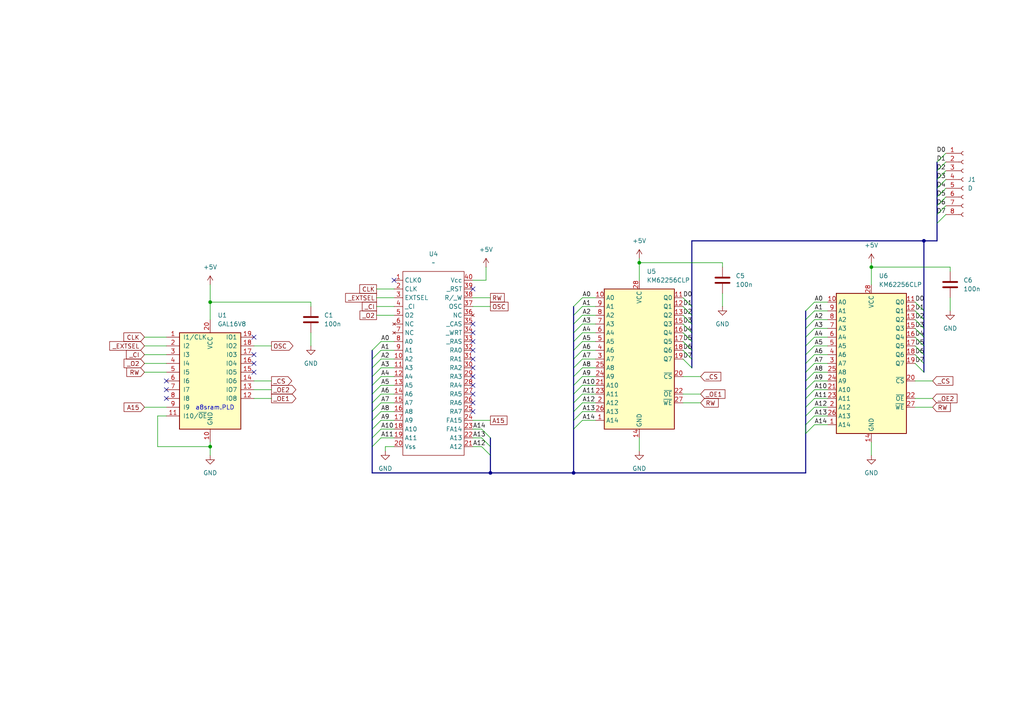
<source format=kicad_sch>
(kicad_sch (version 20250114) (generator "eeschema") (generator_version "9.0")
  (paper "A4")
  (lib_symbols
    (symbol "ATARI:FREDDY_C061922"
      (property "Reference" "U" (at 0 0 0))
      (symbol "FREDDY_C061922_0_1"
        (rectangle (start -2.54 -1.27) (end 15.24 -54.61))
      )
      (symbol "FREDDY_C061922_1_1"
        (pin output line (at -5.08 -3.81 0) (length 2.54) (name "CLK0") (number "1"))
        (pin input line (at -5.08 -6.35 0) (length 2.54) (name "CLK") (number "2"))
        (pin input line (at -5.08 -8.89 0) (length 2.54) (name "EXTSEL") (number "3"))
        (pin input line (at -5.08 -11.43 0) (length 2.54) (name "_CI") (number "4"))
        (pin output line (at -5.08 -13.97 0) (length 2.54) (name "O2") (number "5"))
        (pin no_connect line (at -5.08 -16.51 0) (length 2.54) (name "NC") (number "6"))
        (pin no_connect line (at -5.08 -19.05 0) (length 2.54) (name "NC") (number "7"))
        (pin output line (at -5.08 -21.59 0) (length 2.54) (name "A0") (number "8"))
        (pin output line (at -5.08 -24.13 0) (length 2.54) (name "A1") (number "9"))
        (pin output line (at -5.08 -26.67 0) (length 2.54) (name "A2") (number "10"))
        (pin output line (at -5.08 -29.21 0) (length 2.54) (name "A3") (number "11"))
        (pin output line (at -5.08 -31.75 0) (length 2.54) (name "A4") (number "12"))
        (pin output line (at -5.08 -34.29 0) (length 2.54) (name "A5") (number "13"))
        (pin output line (at -5.08 -36.83 0) (length 2.54) (name "A6") (number "14"))
        (pin output line (at -5.08 -39.37 0) (length 2.54) (name "A7") (number "15"))
        (pin output line (at -5.08 -41.91 0) (length 2.54) (name "A8") (number "16"))
        (pin output line (at -5.08 -44.45 0) (length 2.54) (name "A9") (number "17"))
        (pin output line (at -5.08 -46.99 0) (length 2.54) (name "A10") (number "18"))
        (pin output line (at -5.08 -49.53 0) (length 2.54) (name "A11") (number "19"))
        (pin power_in line (at -5.08 -52.07 0) (length 2.54) (name "Vss") (number "20"))
        (pin power_in line (at 17.78 -3.81 180) (length 2.54) (name "Vcc") (number "40"))
        (pin input line (at 17.78 -6.35 180) (length 2.54) (name "_RST") (number "39"))
        (pin output line (at 17.78 -8.89 180) (length 2.54) (name "R/_W") (number "38"))
        (pin output line (at 17.78 -11.43 180) (length 2.54) (name "OSC") (number "37"))
        (pin no_connect line (at 17.78 -13.97 180) (length 2.54) (name "NC") (number "36"))
        (pin output line (at 17.78 -16.51 180) (length 2.54) (name "_CAS") (number "35"))
        (pin output line (at 17.78 -19.05 180) (length 2.54) (name "_WRT") (number "34"))
        (pin output line (at 17.78 -21.59 180) (length 2.54) (name "_RAS") (number "33"))
        (pin output line (at 17.78 -24.13 180) (length 2.54) (name "RA0") (number "32"))
        (pin output line (at 17.78 -26.67 180) (length 2.54) (name "RA1") (number "31"))
        (pin output line (at 17.78 -29.21 180) (length 2.54) (name "RA2") (number "30"))
        (pin output line (at 17.78 -31.75 180) (length 2.54) (name "RA3") (number "29"))
        (pin output line (at 17.78 -34.29 180) (length 2.54) (name "RA4") (number "28"))
        (pin output line (at 17.78 -36.83 180) (length 2.54) (name "RA5") (number "27"))
        (pin output line (at 17.78 -39.37 180) (length 2.54) (name "RA6") (number "26"))
        (pin output line (at 17.78 -41.91 180) (length 2.54) (name "RA7") (number "25"))
        (pin input line (at 17.78 -44.45 180) (length 2.54) (name "FA15") (number "24"))
        (pin input line (at 17.78 -46.99 180) (length 2.54) (name "FA14") (number "23"))
        (pin input line (at 17.78 -49.53 180) (length 2.54) (name "A13") (number "22"))
        (pin input line (at 17.78 -52.07 180) (length 2.54) (name "A12") (number "21"))
      )
    )
    (symbol "Connector:Conn_01x08_Socket" (pin_names (offset 1.016) (hide yes))
      (property "Reference" "J" (at 0 10.16 0))
      (property "Value" "Conn_01x08_Socket" (at 0 -12.7 0))
      (symbol "Conn_01x08_Socket_1_1"
        (polyline (pts (xy -1.27 7.62) (xy -0.508 7.62)) (stroke (width 0.1524)))
        (polyline (pts (xy -1.27 5.08) (xy -0.508 5.08)) (stroke (width 0.1524)))
        (polyline (pts (xy -1.27 2.54) (xy -0.508 2.54)) (stroke (width 0.1524)))
        (polyline (pts (xy -1.27 0) (xy -0.508 0)) (stroke (width 0.1524)))
        (polyline (pts (xy -1.27 -2.54) (xy -0.508 -2.54)) (stroke (width 0.1524)))
        (polyline (pts (xy -1.27 -5.08) (xy -0.508 -5.08)) (stroke (width 0.1524)))
        (polyline (pts (xy -1.27 -7.62) (xy -0.508 -7.62)) (stroke (width 0.1524)))
        (polyline (pts (xy -1.27 -10.16) (xy -0.508 -10.16)) (stroke (width 0.1524)))
        (arc (start 0 7.112) (mid -0.5058 7.62) (end 0 8.128) (stroke (width 0.1524)))
        (arc (start 0 4.572) (mid -0.5058 5.08) (end 0 5.588) (stroke (width 0.1524)))
        (arc (start 0 2.032) (mid -0.5058 2.54) (end 0 3.048) (stroke (width 0.1524)))
        (arc (start 0 -0.508) (mid -0.5058 0) (end 0 0.508) (stroke (width 0.1524)))
        (arc (start 0 -3.048) (mid -0.5058 -2.54) (end 0 -2.032) (stroke (width 0.1524)))
        (arc (start 0 -5.588) (mid -0.5058 -5.08) (end 0 -4.572) (stroke (width 0.1524)))
        (arc (start 0 -8.128) (mid -0.5058 -7.62) (end 0 -7.112) (stroke (width 0.1524)))
        (arc (start 0 -10.668) (mid -0.5058 -10.16) (end 0 -9.652) (stroke (width 0.1524)))
        (pin passive line (at -5.08 7.62 0) (length 3.81) (name "Pin_1") (number "1"))
        (pin passive line (at -5.08 5.08 0) (length 3.81) (name "Pin_2") (number "2"))
        (pin passive line (at -5.08 2.54 0) (length 3.81) (name "Pin_3") (number "3"))
        (pin passive line (at -5.08 0 0) (length 3.81) (name "Pin_4") (number "4"))
        (pin passive line (at -5.08 -2.54 0) (length 3.81) (name "Pin_5") (number "5"))
        (pin passive line (at -5.08 -5.08 0) (length 3.81) (name "Pin_6") (number "6"))
        (pin passive line (at -5.08 -7.62 0) (length 3.81) (name "Pin_7") (number "7"))
        (pin passive line (at -5.08 -10.16 0) (length 3.81) (name "Pin_8") (number "8"))
      )
    )
    (symbol "Device:C" (pin_numbers (hide yes)) (pin_names (offset 0.254))
      (property "Reference" "C" (at 0.635 2.54 0))
      (property "Value" "C" (at 0.635 -2.54 0))
      (symbol "C_0_1"
        (polyline (pts (xy -2.032 0.762) (xy 2.032 0.762)) (stroke (width 0.508)))
        (polyline (pts (xy -2.032 -0.762) (xy 2.032 -0.762)) (stroke (width 0.508)))
      )
      (symbol "C_1_1"
        (pin passive line (at 0 3.81 270) (length 2.794) (name "~") (number "1"))
        (pin passive line (at 0 -3.81 90) (length 2.794) (name "~") (number "2"))
      )
    )
    (symbol "Logic_Programmable:GAL16V8" (pin_names (offset 1.016))
      (property "Reference" "U" (at -8.89 16.51 0))
      (property "Value" "GAL16V8" (at 1.27 16.51 0))
      (symbol "GAL16V8_0_0"
        (pin power_in line (at 0 17.78 270) (length 3.81) (name "VCC") (number "20"))
        (pin power_in line (at 0 -17.78 90) (length 3.81) (name "GND") (number "10"))
      )
      (symbol "GAL16V8_0_1"
        (rectangle (start -8.89 13.97) (end 8.89 -13.97) (stroke (width 0.254)) (fill (type background)))
      )
      (symbol "GAL16V8_1_1"
        (pin input line (at -12.7 12.7 0) (length 3.81) (name "I1/CLK") (number "1"))
        (pin input line (at -12.7 10.16 0) (length 3.81) (name "I2") (number "2"))
        (pin input line (at -12.7 7.62 0) (length 3.81) (name "I3") (number "3"))
        (pin input line (at -12.7 5.08 0) (length 3.81) (name "I4") (number "4"))
        (pin input line (at -12.7 2.54 0) (length 3.81) (name "I5") (number "5"))
        (pin input line (at -12.7 0 0) (length 3.81) (name "I6") (number "6"))
        (pin input line (at -12.7 -2.54 0) (length 3.81) (name "I7") (number "7"))
        (pin input line (at -12.7 -5.08 0) (length 3.81) (name "I8") (number "8"))
        (pin input line (at -12.7 -7.62 0) (length 3.81) (name "I9") (number "9"))
        (pin input line (at -12.7 -10.16 0) (length 3.81) (name "I10/~{OE}") (number "11"))
        (pin tri_state line (at 12.7 12.7 180) (length 3.81) (name "IO1") (number "19"))
        (pin tri_state line (at 12.7 10.16 180) (length 3.81) (name "IO2") (number "18"))
        (pin tri_state line (at 12.7 7.62 180) (length 3.81) (name "I03") (number "17"))
        (pin tri_state line (at 12.7 5.08 180) (length 3.81) (name "IO4") (number "16"))
        (pin tri_state line (at 12.7 2.54 180) (length 3.81) (name "IO5") (number "15"))
        (pin tri_state line (at 12.7 0 180) (length 3.81) (name "IO6") (number "14"))
        (pin tri_state line (at 12.7 -2.54 180) (length 3.81) (name "IO7") (number "13"))
        (pin tri_state line (at 12.7 -5.08 180) (length 3.81) (name "IO8") (number "12"))
      )
    )
    (symbol "Memory_RAM:KM62256CLP"
      (property "Reference" "U" (at -10.16 20.955 0))
      (property "Value" "KM62256CLP" (at 2.54 20.955 0))
      (symbol "KM62256CLP_0_0"
        (pin power_in line (at 0 22.86 270) (length 2.54) (name "VCC") (number "28"))
        (pin power_in line (at 0 -22.86 90) (length 2.54) (name "GND") (number "14"))
      )
      (symbol "KM62256CLP_0_1"
        (rectangle (start -10.16 20.32) (end 10.16 -20.32) (stroke (width 0.254)) (fill (type background)))
      )
      (symbol "KM62256CLP_1_1"
        (pin input line (at -12.7 17.78 0) (length 2.54) (name "A0") (number "10"))
        (pin input line (at -12.7 15.24 0) (length 2.54) (name "A1") (number "9"))
        (pin input line (at -12.7 12.7 0) (length 2.54) (name "A2") (number "8"))
        (pin input line (at -12.7 10.16 0) (length 2.54) (name "A3") (number "7"))
        (pin input line (at -12.7 7.62 0) (length 2.54) (name "A4") (number "6"))
        (pin input line (at -12.7 5.08 0) (length 2.54) (name "A5") (number "5"))
        (pin input line (at -12.7 2.54 0) (length 2.54) (name "A6") (number "4"))
        (pin input line (at -12.7 0 0) (length 2.54) (name "A7") (number "3"))
        (pin input line (at -12.7 -2.54 0) (length 2.54) (name "A8") (number "25"))
        (pin input line (at -12.7 -5.08 0) (length 2.54) (name "A9") (number "24"))
        (pin input line (at -12.7 -7.62 0) (length 2.54) (name "A10") (number "21"))
        (pin input line (at -12.7 -10.16 0) (length 2.54) (name "A11") (number "23"))
        (pin input line (at -12.7 -12.7 0) (length 2.54) (name "A12") (number "2"))
        (pin input line (at -12.7 -15.24 0) (length 2.54) (name "A13") (number "26"))
        (pin input line (at -12.7 -17.78 0) (length 2.54) (name "A14") (number "1"))
        (pin tri_state line (at 12.7 17.78 180) (length 2.54) (name "Q0") (number "11"))
        (pin tri_state line (at 12.7 15.24 180) (length 2.54) (name "Q1") (number "12"))
        (pin tri_state line (at 12.7 12.7 180) (length 2.54) (name "Q2") (number "13"))
        (pin tri_state line (at 12.7 10.16 180) (length 2.54) (name "Q3") (number "15"))
        (pin tri_state line (at 12.7 7.62 180) (length 2.54) (name "Q4") (number "16"))
        (pin tri_state line (at 12.7 5.08 180) (length 2.54) (name "Q5") (number "17"))
        (pin tri_state line (at 12.7 2.54 180) (length 2.54) (name "Q6") (number "18"))
        (pin tri_state line (at 12.7 0 180) (length 2.54) (name "Q7") (number "19"))
        (pin input line (at 12.7 -5.08 180) (length 2.54) (name "~{CS}") (number "20"))
        (pin input line (at 12.7 -10.16 180) (length 2.54) (name "~{OE}") (number "22"))
        (pin input line (at 12.7 -12.7 180) (length 2.54) (name "~{WE}") (number "27"))
      )
    )
    (symbol "power:+5V" (power) (pin_numbers (hide yes)) (pin_names (offset 0) (hide yes))
      (property "Value" "+5V" (at 0 3.556 0))
      (symbol "+5V_0_1"
        (polyline (pts (xy -0.762 1.27) (xy 0 2.54)))
        (polyline (pts (xy 0 2.54) (xy 0.762 1.27)))
        (polyline (pts (xy 0 0) (xy 0 2.54)))
      )
      (symbol "+5V_1_1"
        (pin power_in line (at 0 0 90) (length 0) (name "~") (number "1"))
      )
    )
    (symbol "power:GND" (power) (pin_numbers (hide yes)) (pin_names (offset 0) (hide yes))
      (property "Value" "GND" (at 0 -3.81 0))
      (symbol "GND_0_1"
        (polyline (pts (xy 0 0) (xy 0 -1.27) (xy 1.27 -1.27) (xy 0 -2.54) (xy -1.27 -1.27) (xy 0 -1.27)))
      )
      (symbol "GND_1_1"
        (pin power_in line (at 0 0 270) (length 0) (name "~") (number "1"))
      )
    )
  )
  (text "a8sram.PLD" (at 56.642 118.364 0) (effects (font (size 1.27 1.27)) (justify left)))
  (junction (at 267.97 69.85))
  (junction (at 185.42 76.2))
  (junction (at 142.24 137.16))
  (junction (at 252.73 77.47))
  (junction (at 60.96 87.63))
  (junction (at 60.96 129.54))
  (junction (at 166.37 137.16))
  (no_connect (at 137.16 101.6))
  (no_connect (at 137.16 109.22))
  (no_connect (at 137.16 104.14))
  (no_connect (at 137.16 96.52))
  (no_connect (at 137.16 93.98))
  (no_connect (at 137.16 116.84))
  (no_connect (at 73.66 105.41))
  (no_connect (at 137.16 111.76))
  (no_connect (at 137.16 99.06))
  (no_connect (at 73.66 97.79))
  (no_connect (at 137.16 83.82))
  (no_connect (at 48.26 110.49))
  (no_connect (at 137.16 106.68))
  (no_connect (at 137.16 119.38))
  (no_connect (at 114.3 81.28))
  (no_connect (at 73.66 107.95))
  (no_connect (at 48.26 113.03))
  (no_connect (at 48.26 115.57))
  (no_connect (at 137.16 114.3))
  (no_connect (at 73.66 102.87))
  (bus_entry (at 110.49 124.46) (size -2.54 2.54))
  (bus_entry (at 265.43 97.79) (size 2.54 2.54))
  (bus_entry (at 274.32 46.99) (size -2.54 2.54))
  (bus_entry (at 168.91 114.3) (size -2.54 2.54))
  (bus_entry (at 168.91 99.06) (size -2.54 2.54))
  (bus_entry (at 139.7 129.54) (size 2.54 2.54))
  (bus_entry (at 168.91 88.9) (size -2.54 2.54))
  (bus_entry (at 168.91 91.44) (size -2.54 2.54))
  (bus_entry (at 265.43 102.87) (size 2.54 2.54))
  (bus_entry (at 198.12 99.06) (size 2.54 2.54))
  (bus_entry (at 265.43 100.33) (size 2.54 2.54))
  (bus_entry (at 236.22 87.63) (size -2.54 2.54))
  (bus_entry (at 110.49 109.22) (size -2.54 2.54))
  (bus_entry (at 168.91 119.38) (size -2.54 2.54))
  (bus_entry (at 265.43 87.63) (size 2.54 2.54))
  (bus_entry (at 236.22 92.71) (size -2.54 2.54))
  (bus_entry (at 139.7 124.46) (size 2.54 2.54))
  (bus_entry (at 198.12 91.44) (size 2.54 2.54))
  (bus_entry (at 139.7 127) (size 2.54 2.54))
  (bus_entry (at 110.49 104.14) (size -2.54 2.54))
  (bus_entry (at 198.12 86.36) (size 2.54 2.54))
  (bus_entry (at 168.91 93.98) (size -2.54 2.54))
  (bus_entry (at 168.91 121.92) (size -2.54 2.54))
  (bus_entry (at 274.32 57.15) (size -2.54 2.54))
  (bus_entry (at 265.43 105.41) (size 2.54 2.54))
  (bus_entry (at 236.22 110.49) (size -2.54 2.54))
  (bus_entry (at 236.22 118.11) (size -2.54 2.54))
  (bus_entry (at 168.91 109.22) (size -2.54 2.54))
  (bus_entry (at 236.22 107.95) (size -2.54 2.54))
  (bus_entry (at 236.22 102.87) (size -2.54 2.54))
  (bus_entry (at 110.49 106.68) (size -2.54 2.54))
  (bus_entry (at 236.22 115.57) (size -2.54 2.54))
  (bus_entry (at 110.49 114.3) (size -2.54 2.54))
  (bus_entry (at 274.32 62.23) (size -2.54 2.54))
  (bus_entry (at 274.32 59.69) (size -2.54 2.54))
  (bus_entry (at 110.49 111.76) (size -2.54 2.54))
  (bus_entry (at 236.22 123.19) (size -2.54 2.54))
  (bus_entry (at 265.43 92.71) (size 2.54 2.54))
  (bus_entry (at 265.43 90.17) (size 2.54 2.54))
  (bus_entry (at 274.32 54.61) (size -2.54 2.54))
  (bus_entry (at 236.22 120.65) (size -2.54 2.54))
  (bus_entry (at 198.12 88.9) (size 2.54 2.54))
  (bus_entry (at 168.91 111.76) (size -2.54 2.54))
  (bus_entry (at 198.12 101.6) (size 2.54 2.54))
  (bus_entry (at 110.49 99.06) (size -2.54 2.54))
  (bus_entry (at 236.22 100.33) (size -2.54 2.54))
  (bus_entry (at 265.43 95.25) (size 2.54 2.54))
  (bus_entry (at 236.22 95.25) (size -2.54 2.54))
  (bus_entry (at 168.91 96.52) (size -2.54 2.54))
  (bus_entry (at 110.49 119.38) (size -2.54 2.54))
  (bus_entry (at 110.49 121.92) (size -2.54 2.54))
  (bus_entry (at 236.22 90.17) (size -2.54 2.54))
  (bus_entry (at 110.49 101.6) (size -2.54 2.54))
  (bus_entry (at 198.12 96.52) (size 2.54 2.54))
  (bus_entry (at 274.32 52.07) (size -2.54 2.54))
  (bus_entry (at 236.22 97.79) (size -2.54 2.54))
  (bus_entry (at 274.32 49.53) (size -2.54 2.54))
  (bus_entry (at 168.91 116.84) (size -2.54 2.54))
  (bus_entry (at 168.91 86.36) (size -2.54 2.54))
  (bus_entry (at 198.12 93.98) (size 2.54 2.54))
  (bus_entry (at 168.91 104.14) (size -2.54 2.54))
  (bus_entry (at 168.91 106.68) (size -2.54 2.54))
  (bus_entry (at 236.22 105.41) (size -2.54 2.54))
  (bus_entry (at 110.49 116.84) (size -2.54 2.54))
  (bus_entry (at 274.32 44.45) (size -2.54 2.54))
  (bus_entry (at 168.91 101.6) (size -2.54 2.54))
  (bus_entry (at 236.22 113.03) (size -2.54 2.54))
  (bus_entry (at 198.12 104.14) (size 2.54 2.54))
  (bus_entry (at 110.49 127) (size -2.54 2.54))
  (bus (pts (xy 142.24 129.54) (xy 142.24 132.08)))
  (bus (pts (xy 166.37 93.98) (xy 166.37 96.52)))
  (wire (pts (xy 168.91 96.52) (xy 172.72 96.52)))
  (wire (pts (xy 137.16 121.92) (xy 142.24 121.92)))
  (bus (pts (xy 166.37 101.6) (xy 166.37 104.14)))
  (wire (pts (xy 111.76 130.81) (xy 111.76 129.54)))
  (bus (pts (xy 233.68 107.95) (xy 233.68 110.49)))
  (wire (pts (xy 168.91 99.06) (xy 172.72 99.06)))
  (bus (pts (xy 107.95 104.14) (xy 107.95 106.68)))
  (wire (pts (xy 198.12 116.84) (xy 203.2 116.84)))
  (wire (pts (xy 185.42 76.2) (xy 185.42 81.28)))
  (bus (pts (xy 142.24 132.08) (xy 142.24 137.16)))
  (bus (pts (xy 267.97 105.41) (xy 267.97 107.95)))
  (wire (pts (xy 209.55 85.09) (xy 209.55 88.9)))
  (bus (pts (xy 166.37 114.3) (xy 166.37 116.84)))
  (bus (pts (xy 142.24 137.16) (xy 107.95 137.16)))
  (wire (pts (xy 265.43 118.11) (xy 270.51 118.11)))
  (bus (pts (xy 107.95 121.92) (xy 107.95 124.46)))
  (wire (pts (xy 137.16 129.54) (xy 139.7 129.54)))
  (bus (pts (xy 107.95 109.22) (xy 107.95 111.76)))
  (wire (pts (xy 168.91 109.22) (xy 172.72 109.22)))
  (wire (pts (xy 110.49 104.14) (xy 114.3 104.14)))
  (wire (pts (xy 73.66 115.57) (xy 78.74 115.57)))
  (bus (pts (xy 200.66 101.6) (xy 200.66 99.06)))
  (bus (pts (xy 107.95 116.84) (xy 107.95 119.38)))
  (bus (pts (xy 107.95 124.46) (xy 107.95 127)))
  (wire (pts (xy 168.91 121.92) (xy 172.72 121.92)))
  (bus (pts (xy 271.78 64.77) (xy 271.78 69.85)))
  (bus (pts (xy 233.68 110.49) (xy 233.68 113.03)))
  (wire (pts (xy 41.91 118.11) (xy 48.26 118.11)))
  (bus (pts (xy 233.68 102.87) (xy 233.68 105.41)))
  (wire (pts (xy 60.96 129.54) (xy 60.96 132.08)))
  (bus (pts (xy 166.37 111.76) (xy 166.37 114.3)))
  (wire (pts (xy 236.22 110.49) (xy 240.03 110.49)))
  (bus (pts (xy 267.97 102.87) (xy 267.97 105.41)))
  (wire (pts (xy 60.96 87.63) (xy 90.17 87.63)))
  (bus (pts (xy 233.68 95.25) (xy 233.68 97.79)))
  (wire (pts (xy 168.91 111.76) (xy 172.72 111.76)))
  (wire (pts (xy 41.91 97.79) (xy 48.26 97.79)))
  (wire (pts (xy 236.22 113.03) (xy 240.03 113.03)))
  (wire (pts (xy 45.72 129.54) (xy 60.96 129.54)))
  (wire (pts (xy 48.26 120.65) (xy 45.72 120.65)))
  (wire (pts (xy 73.66 113.03) (xy 78.74 113.03)))
  (wire (pts (xy 110.49 119.38) (xy 114.3 119.38)))
  (wire (pts (xy 110.49 101.6) (xy 114.3 101.6)))
  (wire (pts (xy 110.49 106.68) (xy 114.3 106.68)))
  (bus (pts (xy 166.37 104.14) (xy 166.37 106.68)))
  (wire (pts (xy 236.22 87.63) (xy 240.03 87.63)))
  (bus (pts (xy 267.97 90.17) (xy 267.97 92.71)))
  (bus (pts (xy 233.68 100.33) (xy 233.68 102.87)))
  (bus (pts (xy 271.78 54.61) (xy 271.78 57.15)))
  (bus (pts (xy 107.95 114.3) (xy 107.95 116.84)))
  (wire (pts (xy 60.96 87.63) (xy 60.96 92.71)))
  (wire (pts (xy 73.66 100.33) (xy 78.74 100.33)))
  (wire (pts (xy 140.97 81.28) (xy 137.16 81.28)))
  (bus (pts (xy 107.95 127) (xy 107.95 129.54)))
  (bus (pts (xy 267.97 95.25) (xy 267.97 97.79)))
  (wire (pts (xy 109.22 88.9) (xy 114.3 88.9)))
  (wire (pts (xy 265.43 110.49) (xy 270.51 110.49)))
  (bus (pts (xy 267.97 100.33) (xy 267.97 102.87)))
  (bus (pts (xy 271.78 46.99) (xy 271.78 49.53)))
  (wire (pts (xy 109.22 91.44) (xy 114.3 91.44)))
  (wire (pts (xy 110.49 121.92) (xy 114.3 121.92)))
  (wire (pts (xy 168.91 101.6) (xy 172.72 101.6)))
  (bus (pts (xy 233.68 123.19) (xy 233.68 125.73)))
  (wire (pts (xy 41.91 105.41) (xy 48.26 105.41)))
  (bus (pts (xy 233.68 97.79) (xy 233.68 100.33)))
  (wire (pts (xy 60.96 128.27) (xy 60.96 129.54)))
  (bus (pts (xy 166.37 124.46) (xy 166.37 137.16)))
  (bus (pts (xy 200.66 104.14) (xy 200.66 101.6)))
  (wire (pts (xy 168.91 86.36) (xy 172.72 86.36)))
  (bus (pts (xy 166.37 137.16) (xy 233.68 137.16)))
  (wire (pts (xy 236.22 100.33) (xy 240.03 100.33)))
  (wire (pts (xy 110.49 127) (xy 114.3 127)))
  (wire (pts (xy 185.42 127) (xy 185.42 130.81)))
  (wire (pts (xy 137.16 127) (xy 139.7 127)))
  (wire (pts (xy 137.16 88.9) (xy 142.24 88.9)))
  (bus (pts (xy 233.68 90.17) (xy 233.68 92.71)))
  (bus (pts (xy 200.66 69.85) (xy 267.97 69.85)))
  (bus (pts (xy 200.66 93.98) (xy 200.66 91.44)))
  (bus (pts (xy 233.68 120.65) (xy 233.68 123.19)))
  (wire (pts (xy 236.22 92.71) (xy 240.03 92.71)))
  (wire (pts (xy 252.73 128.27) (xy 252.73 132.08)))
  (wire (pts (xy 185.42 74.93) (xy 185.42 76.2)))
  (bus (pts (xy 267.97 69.85) (xy 267.97 90.17)))
  (wire (pts (xy 252.73 77.47) (xy 252.73 82.55)))
  (wire (pts (xy 110.49 109.22) (xy 114.3 109.22)))
  (bus (pts (xy 107.95 106.68) (xy 107.95 109.22)))
  (wire (pts (xy 110.49 111.76) (xy 114.3 111.76)))
  (wire (pts (xy 168.91 93.98) (xy 172.72 93.98)))
  (wire (pts (xy 236.22 123.19) (xy 240.03 123.19)))
  (wire (pts (xy 236.22 97.79) (xy 240.03 97.79)))
  (bus (pts (xy 142.24 127) (xy 142.24 129.54)))
  (bus (pts (xy 166.37 121.92) (xy 166.37 124.46)))
  (wire (pts (xy 185.42 76.2) (xy 209.55 76.2)))
  (bus (pts (xy 166.37 99.06) (xy 166.37 101.6)))
  (wire (pts (xy 209.55 77.47) (xy 209.55 76.2)))
  (wire (pts (xy 168.91 91.44) (xy 172.72 91.44)))
  (bus (pts (xy 267.97 97.79) (xy 267.97 100.33)))
  (wire (pts (xy 236.22 90.17) (xy 240.03 90.17)))
  (wire (pts (xy 236.22 102.87) (xy 240.03 102.87)))
  (bus (pts (xy 233.68 137.16) (xy 233.68 125.73)))
  (bus (pts (xy 200.66 96.52) (xy 200.66 93.98)))
  (wire (pts (xy 252.73 77.47) (xy 275.59 77.47)))
  (bus (pts (xy 233.68 105.41) (xy 233.68 107.95)))
  (bus (pts (xy 107.95 129.54) (xy 107.95 137.16)))
  (wire (pts (xy 168.91 88.9) (xy 172.72 88.9)))
  (wire (pts (xy 168.91 106.68) (xy 172.72 106.68)))
  (bus (pts (xy 107.95 119.38) (xy 107.95 121.92)))
  (wire (pts (xy 233.68 123.19) (xy 233.68 125.73)))
  (wire (pts (xy 110.49 114.3) (xy 114.3 114.3)))
  (wire (pts (xy 265.43 115.57) (xy 270.51 115.57)))
  (wire (pts (xy 137.16 124.46) (xy 139.7 124.46)))
  (wire (pts (xy 45.72 120.65) (xy 45.72 129.54)))
  (wire (pts (xy 168.91 116.84) (xy 172.72 116.84)))
  (wire (pts (xy 110.49 99.06) (xy 114.3 99.06)))
  (wire (pts (xy 168.91 119.38) (xy 172.72 119.38)))
  (wire (pts (xy 110.49 116.84) (xy 114.3 116.84)))
  (wire (pts (xy 168.91 114.3) (xy 172.72 114.3)))
  (bus (pts (xy 271.78 57.15) (xy 271.78 59.69)))
  (wire (pts (xy 236.22 115.57) (xy 240.03 115.57)))
  (bus (pts (xy 271.78 49.53) (xy 271.78 52.07)))
  (bus (pts (xy 233.68 113.03) (xy 233.68 115.57)))
  (bus (pts (xy 166.37 96.52) (xy 166.37 99.06)))
  (wire (pts (xy 275.59 86.36) (xy 275.59 90.17)))
  (wire (pts (xy 236.22 118.11) (xy 240.03 118.11)))
  (bus (pts (xy 271.78 62.23) (xy 271.78 64.77)))
  (bus (pts (xy 166.37 91.44) (xy 166.37 93.98)))
  (wire (pts (xy 252.73 76.2) (xy 252.73 77.47)))
  (bus (pts (xy 233.68 92.71) (xy 233.68 95.25)))
  (bus (pts (xy 233.68 118.11) (xy 233.68 120.65)))
  (wire (pts (xy 198.12 109.22) (xy 203.2 109.22)))
  (wire (pts (xy 275.59 78.74) (xy 275.59 77.47)))
  (bus (pts (xy 107.95 111.76) (xy 107.95 114.3)))
  (wire (pts (xy 111.76 129.54) (xy 114.3 129.54)))
  (bus (pts (xy 166.37 106.68) (xy 166.37 109.22)))
  (wire (pts (xy 236.22 120.65) (xy 240.03 120.65)))
  (wire (pts (xy 236.22 95.25) (xy 240.03 95.25)))
  (bus (pts (xy 166.37 116.84) (xy 166.37 119.38)))
  (wire (pts (xy 90.17 96.52) (xy 90.17 100.33)))
  (bus (pts (xy 200.66 99.06) (xy 200.66 96.52)))
  (wire (pts (xy 236.22 105.41) (xy 240.03 105.41)))
  (wire (pts (xy 140.97 77.47) (xy 140.97 81.28)))
  (wire (pts (xy 236.22 107.95) (xy 240.03 107.95)))
  (bus (pts (xy 166.37 88.9) (xy 166.37 91.44)))
  (wire (pts (xy 90.17 88.9) (xy 90.17 87.63)))
  (bus (pts (xy 267.97 92.71) (xy 267.97 95.25)))
  (bus (pts (xy 166.37 119.38) (xy 166.37 121.92)))
  (wire (pts (xy 109.22 86.36) (xy 114.3 86.36)))
  (bus (pts (xy 200.66 106.68) (xy 200.66 104.14)))
  (bus (pts (xy 271.78 59.69) (xy 271.78 62.23)))
  (wire (pts (xy 110.49 124.46) (xy 114.3 124.46)))
  (bus (pts (xy 107.95 101.6) (xy 107.95 104.14)))
  (wire (pts (xy 198.12 114.3) (xy 203.2 114.3)))
  (wire (pts (xy 73.66 110.49) (xy 78.74 110.49)))
  (bus (pts (xy 166.37 109.22) (xy 166.37 111.76)))
  (wire (pts (xy 41.91 107.95) (xy 48.26 107.95)))
  (wire (pts (xy 60.96 82.55) (xy 60.96 87.63)))
  (wire (pts (xy 137.16 86.36) (xy 142.24 86.36)))
  (wire (pts (xy 41.91 100.33) (xy 48.26 100.33)))
  (wire (pts (xy 109.22 83.82) (xy 114.3 83.82)))
  (bus (pts (xy 271.78 69.85) (xy 267.97 69.85)))
  (bus (pts (xy 200.66 88.9) (xy 200.66 69.85)))
  (bus (pts (xy 233.68 115.57) (xy 233.68 118.11)))
  (wire (pts (xy 41.91 102.87) (xy 48.26 102.87)))
  (bus (pts (xy 142.24 137.16) (xy 166.37 137.16)))
  (bus (pts (xy 200.66 91.44) (xy 200.66 88.9)))
  (bus (pts (xy 271.78 52.07) (xy 271.78 54.61)))
  (wire (pts (xy 168.91 104.14) (xy 172.72 104.14)))
  (label "A3" (at 110.49 106.68 0))
  (label "A0" (at 110.49 99.06 0))
  (label "A11" (at 110.49 127 0))
  (label "A12" (at 236.22 118.11 0))
  (label "A2" (at 110.49 104.14 0))
  (label "D1" (at 274.32 46.99 180))
  (label "A3" (at 236.22 95.25 0))
  (label "A6" (at 110.49 114.3 0))
  (label "A9" (at 168.91 109.22 0))
  (label "A0" (at 236.22 87.63 0))
  (label "A8" (at 168.91 106.68 0))
  (label "A11" (at 168.91 114.3 0))
  (label "A8" (at 236.22 107.95 0))
  (label "D0" (at 265.43 87.63 0))
  (label "D1" (at 265.43 90.17 0))
  (label "D6" (at 274.32 59.69 180))
  (label "D1" (at 198.12 88.9 0))
  (label "A12" (at 137.16 129.54 0))
  (label "D2" (at 274.32 49.53 180))
  (label "D4" (at 265.43 97.79 0))
  (label "A4" (at 236.22 97.79 0))
  (label "A7" (at 168.91 104.14 0))
  (label "A2" (at 236.22 92.71 0))
  (label "A4" (at 168.91 96.52 0))
  (label "A7" (at 236.22 105.41 0))
  (label "D5" (at 265.43 100.33 0))
  (label "D4" (at 274.32 54.61 180))
  (label "A13" (at 168.91 119.38 0))
  (label "A1" (at 236.22 90.17 0))
  (label "A4" (at 110.49 109.22 0))
  (label "D2" (at 265.43 92.71 0))
  (label "D3" (at 265.43 95.25 0))
  (label "D3" (at 274.32 52.07 180))
  (label "D7" (at 265.43 105.41 0))
  (label "D0" (at 198.12 86.36 0))
  (label "D0" (at 274.32 44.45 180))
  (label "A6" (at 236.22 102.87 0))
  (label "A1" (at 168.91 88.9 0))
  (label "A5" (at 110.49 111.76 0))
  (label "D7" (at 198.12 104.14 0))
  (label "A14" (at 137.16 124.46 0))
  (label "A12" (at 168.91 116.84 0))
  (label "A9" (at 236.22 110.49 0))
  (label "A0" (at 168.91 86.36 0))
  (label "D6" (at 198.12 101.6 0))
  (label "D5" (at 274.32 57.15 180))
  (label "A10" (at 168.91 111.76 0))
  (label "A2" (at 168.91 91.44 0))
  (label "A6" (at 168.91 101.6 0))
  (label "A13" (at 236.22 120.65 0))
  (label "D2" (at 198.12 91.44 0))
  (label "A5" (at 168.91 99.06 0))
  (label "D5" (at 198.12 99.06 0))
  (label "A5" (at 236.22 100.33 0))
  (label "D3" (at 198.12 93.98 0))
  (label "A14" (at 168.91 121.92 0))
  (label "A7" (at 110.49 116.84 0))
  (label "A11" (at 236.22 115.57 0))
  (label "A9" (at 110.49 121.92 0))
  (label "A8" (at 110.49 119.38 0))
  (label "A10" (at 236.22 113.03 0))
  (label "A10" (at 110.49 124.46 0))
  (label "A13" (at 137.16 127 0))
  (label "A3" (at 168.91 93.98 0))
  (label "D6" (at 265.43 102.87 0))
  (label "A14" (at 236.22 123.19 0))
  (label "D7" (at 274.32 62.23 180))
  (label "D4" (at 198.12 96.52 0))
  (label "A1" (at 110.49 101.6 0))
  (global_label "_OE2" (shape input) (at 270.51 115.57 0) (property "Intersheetrefs" "${INTERSHEET_REFS}" (effects (hide yes))))
  (global_label "_CI" (shape input) (at 41.91 102.87 180) (property "Intersheetrefs" "${INTERSHEET_REFS}" (effects (hide yes))))
  (global_label "RW" (shape passive) (at 142.24 86.36 0) (property "Intersheetrefs" "${INTERSHEET_REFS}" (effects (hide yes))))
  (global_label "_O2" (shape passive) (at 109.22 91.44 180) (property "Intersheetrefs" "${INTERSHEET_REFS}" (effects (hide yes))))
  (global_label "_CS" (shape input) (at 270.51 110.49 0) (property "Intersheetrefs" "${INTERSHEET_REFS}" (effects (hide yes))))
  (global_label "A15" (shape passive) (at 142.24 121.92 0) (property "Intersheetrefs" "${INTERSHEET_REFS}" (effects (hide yes))))
  (global_label "CLK" (shape input) (at 41.91 97.79 180) (property "Intersheetrefs" "${INTERSHEET_REFS}" (effects (hide yes))))
  (global_label "_CS" (shape input) (at 203.2 109.22 0) (property "Intersheetrefs" "${INTERSHEET_REFS}" (effects (hide yes))))
  (global_label "RW" (shape input) (at 41.91 107.95 180) (property "Intersheetrefs" "${INTERSHEET_REFS}" (effects (hide yes))))
  (global_label "CLK" (shape passive) (at 109.22 83.82 180) (property "Intersheetrefs" "${INTERSHEET_REFS}" (effects (hide yes))))
  (global_label "_CI" (shape passive) (at 109.22 88.9 180) (property "Intersheetrefs" "${INTERSHEET_REFS}" (effects (hide yes))))
  (global_label "RW" (shape input) (at 203.2 116.84 0) (property "Intersheetrefs" "${INTERSHEET_REFS}" (effects (hide yes))))
  (global_label "_EXTSEL" (shape passive) (at 109.22 86.36 180) (property "Intersheetrefs" "${INTERSHEET_REFS}" (effects (hide yes))))
  (global_label "OSC" (shape output) (at 78.74 100.33 0) (property "Intersheetrefs" "${INTERSHEET_REFS}" (effects (hide yes))))
  (global_label "_O2" (shape input) (at 41.91 105.41 180) (property "Intersheetrefs" "${INTERSHEET_REFS}" (effects (hide yes))))
  (global_label "_CS" (shape output) (at 78.74 110.49 0) (property "Intersheetrefs" "${INTERSHEET_REFS}" (effects (hide yes))))
  (global_label "_OE1" (shape output) (at 78.74 115.57 0) (property "Intersheetrefs" "${INTERSHEET_REFS}" (effects (hide yes))))
  (global_label "_OE2" (shape output) (at 78.74 113.03 0) (property "Intersheetrefs" "${INTERSHEET_REFS}" (effects (hide yes))))
  (global_label "A15" (shape input) (at 41.91 118.11 180) (property "Intersheetrefs" "${INTERSHEET_REFS}" (effects (hide yes))))
  (global_label "_OE1" (shape input) (at 203.2 114.3 0) (property "Intersheetrefs" "${INTERSHEET_REFS}" (effects (hide yes))))
  (global_label "RW" (shape input) (at 270.51 118.11 0) (property "Intersheetrefs" "${INTERSHEET_REFS}" (effects (hide yes))))
  (global_label "OSC" (shape passive) (at 142.24 88.9 0) (property "Intersheetrefs" "${INTERSHEET_REFS}" (effects (hide yes))))
  (global_label "_EXTSEL" (shape input) (at 41.91 100.33 180) (property "Intersheetrefs" "${INTERSHEET_REFS}" (effects (hide yes))))
  (symbol (lib_id "Device:C") (at 275.59 82.55 0) (unit 1)
    (property "Reference" "C6" (at 279.4 81.2799 0) (effects (justify left)))
    (property "Value" "100n" (at 279.4 83.8199 0) (effects (justify left)))
    (property "Footprint" "Capacitor_SMD:C_0805_2012Metric_Pad1.18x1.45mm_HandSolder" (effects (hide yes)))
    (property "Description" "Unpolarized capacitor" (effects (hide yes)))
  )
  (symbol (lib_id "Connector:Conn_01x08_Socket") (at 279.4 52.07 0) (unit 1)
    (property "Reference" "J1" (at 280.67 52.0699 0) (effects (justify left)))
    (property "Value" "D" (at 280.67 54.6099 0) (effects (justify left)))
    (property "Footprint" "Connector_PinHeader_2.54mm:PinHeader_1x08_P2.54mm_Vertical" (effects (hide yes)))
    (property "Description" "Generic connector, single row, 01x08, script generated" (effects (hide yes)))
  )
  (symbol (lib_id "power:+5V") (at 60.96 82.55 0) (unit 1)
    (property "Reference" "#PWR08" (effects (hide yes)))
    (property "Value" "+5V" (at 60.96 77.47 0))
    (property "Description" "Power symbol creates a global label with name \"+5V\"" (effects (hide yes)))
  )
  (symbol (lib_id "power:GND") (at 60.96 132.08 0) (unit 1)
    (property "Reference" "#PWR09" (effects (hide yes)))
    (property "Value" "GND" (at 60.96 137.16 0))
    (property "Description" "Power symbol creates a global label with name \"GND\" , ground" (effects (hide yes)))
  )
  (symbol (lib_id "power:GND") (at 252.73 132.08 0) (unit 1)
    (property "Reference" "#PWR07" (effects (hide yes)))
    (property "Value" "GND" (at 252.73 137.16 0))
    (property "Description" "Power symbol creates a global label with name \"GND\" , ground" (effects (hide yes)))
  )
  (symbol (lib_id "power:+5V") (at 185.42 74.93 0) (unit 1)
    (property "Reference" "#PWR02" (effects (hide yes)))
    (property "Value" "+5V" (at 185.42 69.85 0))
    (property "Description" "Power symbol creates a global label with name \"+5V\"" (effects (hide yes)))
  )
  (symbol (lib_id "power:+5V") (at 252.73 76.2 0) (unit 1)
    (property "Reference" "#PWR03" (effects (hide yes)))
    (property "Value" "+5V" (at 252.73 71.12 0))
    (property "Description" "Power symbol creates a global label with name \"+5V\"" (effects (hide yes)))
  )
  (symbol (lib_id "power:GND") (at 111.76 130.81 0) (unit 1)
    (property "Reference" "#PWR05" (effects (hide yes)))
    (property "Value" "GND" (at 111.76 135.89 0))
    (property "Description" "Power symbol creates a global label with name \"GND\" , ground" (effects (hide yes)))
  )
  (symbol (lib_id "Device:C") (at 209.55 81.28 0) (unit 1)
    (property "Reference" "C5" (at 213.36 80.0099 0) (effects (justify left)))
    (property "Value" "100n" (at 213.36 82.5499 0) (effects (justify left)))
    (property "Footprint" "Capacitor_SMD:C_0805_2012Metric_Pad1.18x1.45mm_HandSolder" (effects (hide yes)))
    (property "Description" "Unpolarized capacitor" (effects (hide yes)))
  )
  (symbol (lib_id "Device:C") (at 90.17 92.71 0) (unit 1)
    (property "Reference" "C1" (at 93.98 91.4399 0) (effects (justify left)))
    (property "Value" "100n" (at 93.98 93.9799 0) (effects (justify left)))
    (property "Footprint" "Capacitor_SMD:C_0805_2012Metric_Pad1.18x1.45mm_HandSolder" (effects (hide yes)))
    (property "Description" "Unpolarized capacitor" (effects (hide yes)))
  )
  (symbol (lib_id "power:+5V") (at 140.97 77.47 0) (unit 1)
    (property "Reference" "#PWR04" (effects (hide yes)))
    (property "Value" "+5V" (at 140.97 72.39 0))
    (property "Description" "Power symbol creates a global label with name \"+5V\"" (effects (hide yes)))
  )
  (symbol (lib_id "Logic_Programmable:GAL16V8") (at 60.96 110.49 0) (unit 1)
    (property "Reference" "U1" (at 63.1033 91.44 0) (effects (justify left)))
    (property "Value" "GAL16V8" (at 63.1033 93.98 0) (effects (justify left)))
    (property "Footprint" "Package_DIP:DIP-20_W7.62mm" (effects (hide yes)))
    (property "Description" "Programmable Logic Array, DIP-20/SOIC-20/PLCC-20" (effects (hide yes)))
  )
  (symbol (lib_id "power:GND") (at 90.17 100.33 0) (unit 1)
    (property "Reference" "#PWR01" (effects (hide yes)))
    (property "Value" "GND" (at 90.17 105.41 0))
    (property "Description" "Power symbol creates a global label with name \"GND\" , ground" (effects (hide yes)))
  )
  (symbol (lib_id "power:GND") (at 185.42 130.81 0) (unit 1)
    (property "Reference" "#PWR06" (effects (hide yes)))
    (property "Value" "GND" (at 185.42 135.89 0))
    (property "Description" "Power symbol creates a global label with name \"GND\" , ground" (effects (hide yes)))
  )
  (symbol (lib_id "ATARI:FREDDY_C061922") (at 119.38 77.47 0) (unit 1)
    (property "Reference" "U4" (at 125.73 73.66 0))
    (property "Value" "~" (at 125.73 76.2 0))
    (property "Footprint" "Package_DIP:DIP-40_W15.24mm" (effects (hide yes)))
  )
  (symbol (lib_id "Memory_RAM:KM62256CLP") (at 252.73 105.41 0) (unit 1)
    (property "Reference" "U6" (at 254.8733 80.01 0) (effects (justify left)))
    (property "Value" "KM62256CLP" (at 254.8733 82.55 0) (effects (justify left)))
    (property "Footprint" "Package_DIP:DIP-28_W7.62mm" (effects (hide yes)))
    (property "Datasheet" "https://www.futurlec.com/Datasheet/Memory/62256.pdf" (effects (hide yes)))
    (property "Description" "32Kx8 bit Low Power CMOS Static RAM, 55/70ns, DIP-28" (effects (hide yes)))
  )
  (symbol (lib_id "power:GND") (at 209.55 88.9 0) (unit 1)
    (property "Reference" "#PWR015" (effects (hide yes)))
    (property "Value" "GND" (at 209.55 93.98 0))
    (property "Description" "Power symbol creates a global label with name \"GND\" , ground" (effects (hide yes)))
  )
  (symbol (lib_id "power:GND") (at 275.59 90.17 0) (unit 1)
    (property "Reference" "#PWR016" (effects (hide yes)))
    (property "Value" "GND" (at 275.59 95.25 0))
    (property "Description" "Power symbol creates a global label with name \"GND\" , ground" (effects (hide yes)))
  )
  (symbol (lib_id "Memory_RAM:KM62256CLP") (at 185.42 104.14 0) (unit 1)
    (property "Reference" "U5" (at 187.5633 78.74 0) (effects (justify left)))
    (property "Value" "KM62256CLP" (at 187.5633 81.28 0) (effects (justify left)))
    (property "Footprint" "Package_DIP:DIP-28_W7.62mm" (effects (hide yes)))
    (property "Datasheet" "https://www.futurlec.com/Datasheet/Memory/62256.pdf" (effects (hide yes)))
    (property "Description" "32Kx8 bit Low Power CMOS Static RAM, 55/70ns, DIP-28" (effects (hide yes)))
  )
)
</source>
